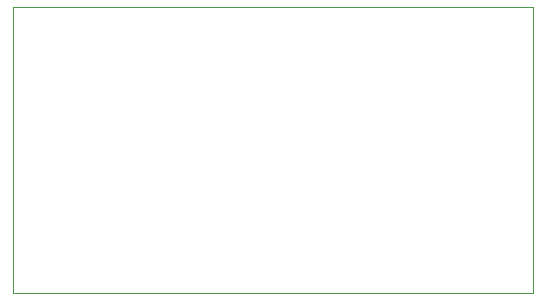
<source format=gm1>
G04*
G04 #@! TF.GenerationSoftware,Altium Limited,Altium Designer,20.2.8 (258)*
G04*
G04 Layer_Color=417716*
%FSLAX44Y44*%
%MOMM*%
G71*
G04*
G04 #@! TF.SameCoordinates,AB2164AD-3A94-489E-A7C9-C1E693429951*
G04*
G04*
G04 #@! TF.FilePolarity,Positive*
G04*
G01*
G75*
%ADD125C,0.0099*%
D125*
X374000Y275000D02*
X813999D01*
Y516987D01*
X374000D02*
X813999D01*
X374000Y275000D02*
Y516987D01*
M02*

</source>
